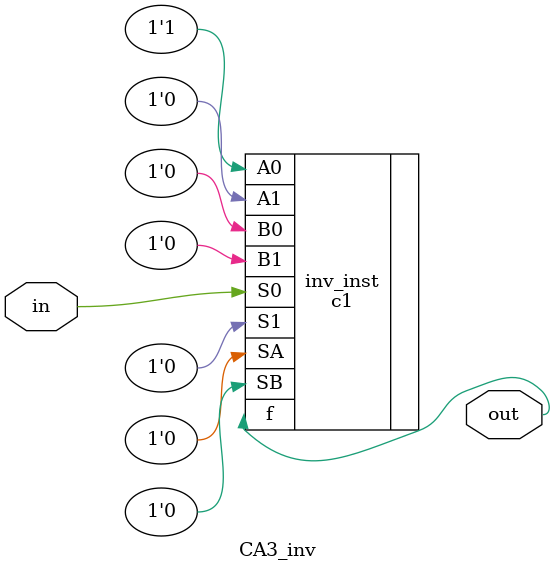
<source format=v>
module CA3_inv (
    input  wire in,
    output wire out
);

    c1 inv_inst (
        .A0(1'b1), .A1(1'b0), .SA(1'b0), 
        .B0(1'b0), .B1(1'b0), .SB(1'b0), 
        .S0(in), .S1(1'b0), 
        .f(out)
    );

endmodule
</source>
